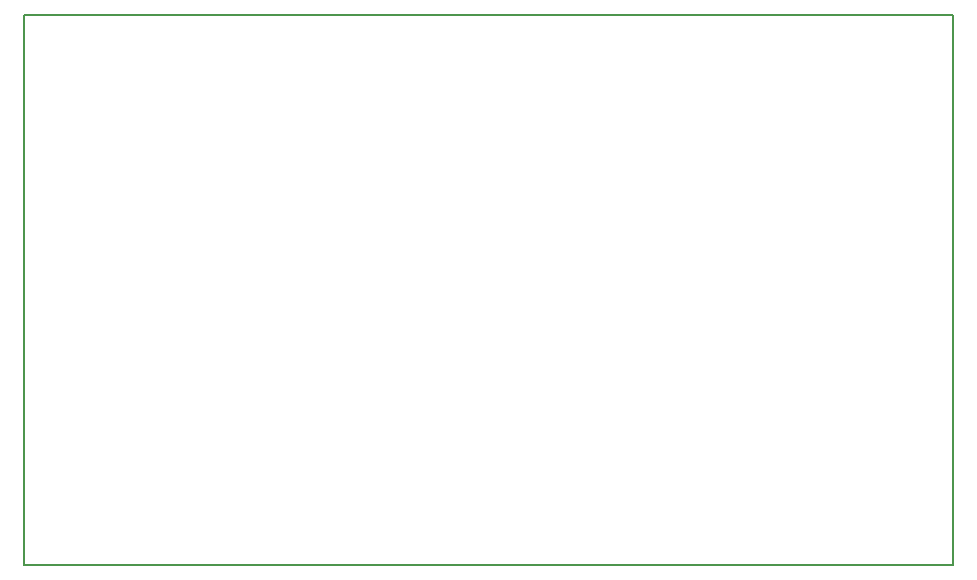
<source format=gbr>
G04 start of page 4 for group 2 idx 2 *
G04 Title: (unknown), outline *
G04 Creator: pcb 20110918 *
G04 CreationDate: Thu Mar  7 21:27:41 2013 UTC *
G04 For: fosse *
G04 Format: Gerber/RS-274X *
G04 PCB-Dimensions: 316500 193500 *
G04 PCB-Coordinate-Origin: lower left *
%MOIN*%
%FSLAX25Y25*%
%LNOUTLINE*%
%ADD58C,0.0060*%
G54D58*X3000Y188500D02*X312500D01*
Y5000D01*
X3000D01*
Y188500D01*
M02*

</source>
